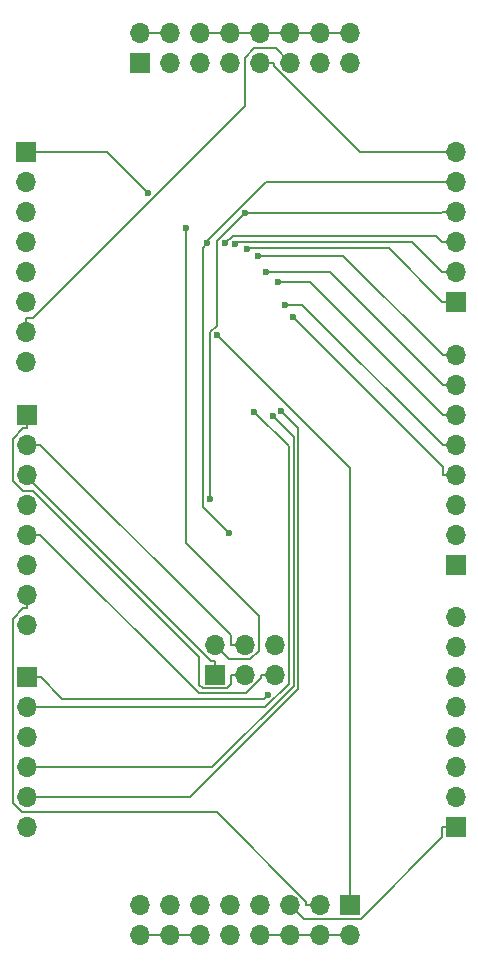
<source format=gbr>
%TF.GenerationSoftware,KiCad,Pcbnew,8.0.2*%
%TF.CreationDate,2024-07-19T13:16:10-06:00*%
%TF.ProjectId,32u4_breakout,33327534-5f62-4726-9561-6b6f75742e6b,rev?*%
%TF.SameCoordinates,Original*%
%TF.FileFunction,Copper,L2,Bot*%
%TF.FilePolarity,Positive*%
%FSLAX46Y46*%
G04 Gerber Fmt 4.6, Leading zero omitted, Abs format (unit mm)*
G04 Created by KiCad (PCBNEW 8.0.2) date 2024-07-19 13:16:10*
%MOMM*%
%LPD*%
G01*
G04 APERTURE LIST*
%TA.AperFunction,ComponentPad*%
%ADD10R,1.700000X1.700000*%
%TD*%
%TA.AperFunction,ComponentPad*%
%ADD11O,1.700000X1.700000*%
%TD*%
%TA.AperFunction,ViaPad*%
%ADD12C,0.600000*%
%TD*%
%TA.AperFunction,Conductor*%
%ADD13C,0.200000*%
%TD*%
G04 APERTURE END LIST*
D10*
%TO.P,J4,1,Pin_1*%
%TO.N,XTAL1*%
X121900000Y-96390000D03*
D11*
%TO.P,J4,2,Pin_2*%
%TO.N,Net-(J4-Pin_2)*%
X121900000Y-98930000D03*
%TO.P,J4,3,Pin_3*%
%TO.N,Net-(J4-Pin_3)*%
X121900000Y-101470000D03*
%TO.P,J4,4,Pin_4*%
%TO.N,Net-(J4-Pin_4)*%
X121900000Y-104010000D03*
%TO.P,J4,5,Pin_5*%
%TO.N,Net-(J4-Pin_5)*%
X121900000Y-106550000D03*
%TO.P,J4,6,Pin_6*%
%TO.N,Net-(J4-Pin_6)*%
X121900000Y-109090000D03*
%TD*%
D10*
%TO.P,J9,1,Pin_1*%
%TO.N,GND5*%
X149225000Y-115650000D03*
D11*
%TO.P,J9,2,Pin_2*%
%TO.N,GND*%
X149225000Y-118190000D03*
%TO.P,J9,3,Pin_3*%
%TO.N,GND15*%
X146685000Y-115650000D03*
%TO.P,J9,4,Pin_4*%
%TO.N,GND*%
X146685000Y-118190000D03*
%TO.P,J9,5,Pin_5*%
%TO.N,GND23*%
X144145000Y-115650000D03*
%TO.P,J9,6,Pin_6*%
%TO.N,GND*%
X144145000Y-118190000D03*
%TO.P,J9,7,Pin_7*%
%TO.N,GND35*%
X141605000Y-115650000D03*
%TO.P,J9,8,Pin_8*%
%TO.N,GND*%
X141605000Y-118190000D03*
%TO.P,J9,9,Pin_9*%
%TO.N,GND43*%
X139065000Y-115650000D03*
%TO.P,J9,10,Pin_10*%
%TO.N,GND*%
X139065000Y-118190000D03*
%TO.P,J9,11,Pin_11*%
%TO.N,Net-(J9-Pin_11)*%
X136525000Y-115650000D03*
%TO.P,J9,12,Pin_12*%
%TO.N,GND*%
X136525000Y-118190000D03*
%TO.P,J9,13,Pin_13*%
%TO.N,Net-(J9-Pin_13)*%
X133985000Y-115650000D03*
%TO.P,J9,14,Pin_14*%
%TO.N,GND*%
X133985000Y-118190000D03*
%TO.P,J9,15,Pin_15*%
%TO.N,unconnected-(J9-Pin_15-Pad15)*%
X131445000Y-115650000D03*
%TO.P,J9,16,Pin_16*%
%TO.N,GND*%
X131445000Y-118190000D03*
%TD*%
D10*
%TO.P,J7,1,Pin_1*%
%TO.N,Net-(J7-Pin_1)*%
X158200000Y-64600000D03*
D11*
%TO.P,J7,2,Pin_2*%
%TO.N,Net-(J7-Pin_2)*%
X158200000Y-62060000D03*
%TO.P,J7,3,Pin_3*%
%TO.N,Net-(J7-Pin_3)*%
X158200000Y-59520000D03*
%TO.P,J7,4,Pin_4*%
%TO.N,AREF*%
X158200000Y-56980000D03*
%TO.P,J7,5,Pin_5*%
%TO.N,GND43*%
X158200000Y-54440000D03*
%TO.P,J7,6,Pin_6*%
%TO.N,PWR44*%
X158200000Y-51900000D03*
%TD*%
D10*
%TO.P,J6,1,Pin_1*%
%TO.N,Net-(J6-Pin_1)*%
X158250000Y-86890000D03*
D11*
%TO.P,J6,2,Pin_2*%
%TO.N,Net-(J6-Pin_2)*%
X158250000Y-84350000D03*
%TO.P,J6,3,Pin_3*%
%TO.N,Net-(J6-Pin_3)*%
X158250000Y-81810000D03*
%TO.P,J6,4,Pin_4*%
%TO.N,PWR34*%
X158250000Y-79270000D03*
%TO.P,J6,5,Pin_5*%
%TO.N,GND35*%
X158250000Y-76730000D03*
%TO.P,J6,6,Pin_6*%
%TO.N,Net-(J6-Pin_6)*%
X158250000Y-74190000D03*
%TO.P,J6,7,Pin_7*%
%TO.N,Net-(J6-Pin_7)*%
X158250000Y-71650000D03*
%TO.P,J6,8,Pin_8*%
%TO.N,Net-(J6-Pin_8)*%
X158250000Y-69110000D03*
%TD*%
D10*
%TO.P,J8,1,Pin_1*%
%TO.N,PWR2*%
X131475000Y-44350000D03*
D11*
%TO.P,J8,2,Pin_2*%
%TO.N,5V*%
X131475000Y-41810000D03*
%TO.P,J8,3,Pin_3*%
%TO.N,PWR14*%
X134015000Y-44350000D03*
%TO.P,J8,4,Pin_4*%
%TO.N,5V*%
X134015000Y-41810000D03*
%TO.P,J8,5,Pin_5*%
%TO.N,PWR24*%
X136555000Y-44350000D03*
%TO.P,J8,6,Pin_6*%
%TO.N,5V*%
X136555000Y-41810000D03*
%TO.P,J8,7,Pin_7*%
%TO.N,PWR34*%
X139095000Y-44350000D03*
%TO.P,J8,8,Pin_8*%
%TO.N,5V*%
X139095000Y-41810000D03*
%TO.P,J8,9,Pin_9*%
%TO.N,PWR44*%
X141635000Y-44350000D03*
%TO.P,J8,10,Pin_10*%
%TO.N,5V*%
X141635000Y-41810000D03*
%TO.P,J8,11,Pin_11*%
%TO.N,VBUS*%
X144175000Y-44350000D03*
%TO.P,J8,12,Pin_12*%
%TO.N,5V*%
X144175000Y-41810000D03*
%TO.P,J8,13,Pin_13*%
%TO.N,unconnected-(J8-Pin_13-Pad13)*%
X146715000Y-44350000D03*
%TO.P,J8,14,Pin_14*%
%TO.N,5V*%
X146715000Y-41810000D03*
%TO.P,J8,15,Pin_15*%
%TO.N,unconnected-(J8-Pin_15-Pad15)*%
X149255000Y-44350000D03*
%TO.P,J8,16,Pin_16*%
%TO.N,5V*%
X149255000Y-41810000D03*
%TD*%
D10*
%TO.P,J1,1,Pin_1*%
%TO.N,MISO*%
X137785000Y-96175000D03*
D11*
%TO.P,J1,2,Pin_2*%
%TO.N,5V*%
X137785000Y-93635000D03*
%TO.P,J1,3,Pin_3*%
%TO.N,SCK*%
X140325000Y-96175000D03*
%TO.P,J1,4,Pin_4*%
%TO.N,MOSI*%
X140325000Y-93635000D03*
%TO.P,J1,5,Pin_5*%
%TO.N,RESET*%
X142865000Y-96175000D03*
%TO.P,J1,6,Pin_6*%
%TO.N,GND*%
X142865000Y-93635000D03*
%TD*%
D10*
%TO.P,J2,1,Pin_1*%
%TO.N,Net-(J2-Pin_1)*%
X121800000Y-51875000D03*
D11*
%TO.P,J2,2,Pin_2*%
%TO.N,PWR2*%
X121800000Y-54415000D03*
%TO.P,J2,3,Pin_3*%
%TO.N,Net-(J2-Pin_3)*%
X121800000Y-56955000D03*
%TO.P,J2,4,Pin_4*%
%TO.N,Net-(J2-Pin_4)*%
X121800000Y-59495000D03*
%TO.P,J2,5,Pin_5*%
%TO.N,GND5*%
X121800000Y-62035000D03*
%TO.P,J2,6,Pin_6*%
%TO.N,UCAP*%
X121800000Y-64575000D03*
%TO.P,J2,7,Pin_7*%
%TO.N,VBUS*%
X121800000Y-67115000D03*
%TO.P,J2,8,Pin_8*%
%TO.N,Net-(J2-Pin_8)*%
X121800000Y-69655000D03*
%TD*%
D10*
%TO.P,J5,1,Pin_1*%
%TO.N,GND23*%
X158225000Y-109065000D03*
D11*
%TO.P,J5,2,Pin_2*%
%TO.N,PWR24*%
X158225000Y-106525000D03*
%TO.P,J5,3,Pin_3*%
%TO.N,Net-(J5-Pin_3)*%
X158225000Y-103985000D03*
%TO.P,J5,4,Pin_4*%
%TO.N,Net-(J5-Pin_4)*%
X158225000Y-101445000D03*
%TO.P,J5,5,Pin_5*%
%TO.N,Net-(J5-Pin_5)*%
X158225000Y-98905000D03*
%TO.P,J5,6,Pin_6*%
%TO.N,Net-(J5-Pin_6)*%
X158225000Y-96365000D03*
%TO.P,J5,7,Pin_7*%
%TO.N,Net-(J5-Pin_7)*%
X158225000Y-93825000D03*
%TO.P,J5,8,Pin_8*%
%TO.N,Net-(J5-Pin_8)*%
X158225000Y-91285000D03*
%TD*%
D10*
%TO.P,J3,1,Pin_1*%
%TO.N,SCK*%
X121875000Y-74150000D03*
D11*
%TO.P,J3,2,Pin_2*%
%TO.N,MOSI*%
X121875000Y-76690000D03*
%TO.P,J3,3,Pin_3*%
%TO.N,MISO*%
X121875000Y-79230000D03*
%TO.P,J3,4,Pin_4*%
%TO.N,Net-(J3-Pin_4)*%
X121875000Y-81770000D03*
%TO.P,J3,5,Pin_5*%
%TO.N,RESET*%
X121875000Y-84310000D03*
%TO.P,J3,6,Pin_6*%
%TO.N,PWR14*%
X121875000Y-86850000D03*
%TO.P,J3,7,Pin_7*%
%TO.N,GND15*%
X121875000Y-89390000D03*
%TO.P,J3,8,Pin_8*%
%TO.N,XTAL2*%
X121875000Y-91930000D03*
%TD*%
D12*
%TO.N,Net-(J7-Pin_1)*%
X140565200Y-60119400D03*
%TO.N,Net-(J7-Pin_3)*%
X138691000Y-59647200D03*
%TO.N,GND43*%
X137150000Y-59626800D03*
X139000800Y-84167500D03*
%TO.N,Net-(J7-Pin_2)*%
X139541200Y-59662600D03*
%TO.N,Net-(J6-Pin_6)*%
X143155500Y-62922800D03*
%TO.N,Net-(J6-Pin_8)*%
X141430400Y-60674700D03*
%TO.N,PWR34*%
X144381600Y-65885800D03*
%TO.N,Net-(J6-Pin_7)*%
X142117100Y-62083200D03*
%TO.N,GND35*%
X143764900Y-64838800D03*
%TO.N,Net-(J4-Pin_4)*%
X142702300Y-74231300D03*
%TO.N,Net-(J4-Pin_5)*%
X143444100Y-73807000D03*
%TO.N,Net-(J4-Pin_2)*%
X141150000Y-73918200D03*
%TO.N,Net-(J2-Pin_1)*%
X132161600Y-55337800D03*
%TO.N,GND5*%
X138019600Y-67432900D03*
%TO.N,5V*%
X135332000Y-58348500D03*
%TO.N,AREF*%
X140319300Y-57108700D03*
X137396300Y-81321500D03*
%TO.N,XTAL1*%
X142295700Y-97840800D03*
%TD*%
D13*
%TO.N,PWR44*%
X142786700Y-44618500D02*
X142786700Y-44350000D01*
X150068200Y-51900000D02*
X142786700Y-44618500D01*
X158200000Y-51900000D02*
X150068200Y-51900000D01*
X141635000Y-44350000D02*
X142786700Y-44350000D01*
%TO.N,Net-(J7-Pin_1)*%
X152517600Y-60069300D02*
X157048300Y-64600000D01*
X140615300Y-60069300D02*
X152517600Y-60069300D01*
X140565200Y-60119400D02*
X140615300Y-60069300D01*
X158200000Y-64600000D02*
X157048300Y-64600000D01*
%TO.N,Net-(J7-Pin_3)*%
X158200000Y-59520000D02*
X157048300Y-59520000D01*
X139318900Y-59019300D02*
X138691000Y-59647200D01*
X156547600Y-59019300D02*
X139318900Y-59019300D01*
X157048300Y-59520000D02*
X156547600Y-59019300D01*
%TO.N,GND43*%
X137150000Y-59427200D02*
X137150000Y-59626800D01*
X142137200Y-54440000D02*
X137150000Y-59427200D01*
X158200000Y-54440000D02*
X142137200Y-54440000D01*
X136771100Y-60005700D02*
X137150000Y-59626800D01*
X136771100Y-81937800D02*
X136771100Y-60005700D01*
X139000800Y-84167500D02*
X136771100Y-81937800D01*
%TO.N,Net-(J7-Pin_2)*%
X158200000Y-62060000D02*
X157048300Y-62060000D01*
X139704600Y-59499200D02*
X139541200Y-59662600D01*
X154487500Y-59499200D02*
X139704600Y-59499200D01*
X157048300Y-62060000D02*
X154487500Y-59499200D01*
%TO.N,Net-(J6-Pin_6)*%
X145831100Y-62922800D02*
X143155500Y-62922800D01*
X157098300Y-74190000D02*
X145831100Y-62922800D01*
X158250000Y-74190000D02*
X157098300Y-74190000D01*
%TO.N,Net-(J6-Pin_8)*%
X158250000Y-69110000D02*
X157098300Y-69110000D01*
X148663000Y-60674700D02*
X157098300Y-69110000D01*
X141430400Y-60674700D02*
X148663000Y-60674700D01*
%TO.N,PWR34*%
X157098300Y-78602500D02*
X144381600Y-65885800D01*
X157098300Y-79270000D02*
X157098300Y-78602500D01*
X158250000Y-79270000D02*
X157098300Y-79270000D01*
%TO.N,Net-(J6-Pin_7)*%
X147531500Y-62083200D02*
X142117100Y-62083200D01*
X157098300Y-71650000D02*
X147531500Y-62083200D01*
X158250000Y-71650000D02*
X157098300Y-71650000D01*
%TO.N,GND35*%
X158250000Y-76730000D02*
X157098300Y-76730000D01*
X145207100Y-64838800D02*
X143764900Y-64838800D01*
X157098300Y-76730000D02*
X145207100Y-64838800D01*
%TO.N,GND23*%
X145335600Y-116840600D02*
X144145000Y-115650000D01*
X150161500Y-116840600D02*
X145335600Y-116840600D01*
X157073300Y-109928800D02*
X150161500Y-116840600D01*
X157073300Y-109065000D02*
X157073300Y-109928800D01*
X158225000Y-109065000D02*
X157073300Y-109065000D01*
%TO.N,Net-(J4-Pin_4)*%
X121900000Y-104010000D02*
X123051700Y-104010000D01*
X137605200Y-104010000D02*
X123051700Y-104010000D01*
X144465400Y-97149800D02*
X137605200Y-104010000D01*
X144465400Y-75994400D02*
X144465400Y-97149800D01*
X142702300Y-74231300D02*
X144465400Y-75994400D01*
%TO.N,Net-(J4-Pin_5)*%
X144875000Y-75237900D02*
X143444100Y-73807000D01*
X144875000Y-97379900D02*
X144875000Y-75237900D01*
X135704900Y-106550000D02*
X144875000Y-97379900D01*
X121900000Y-106550000D02*
X135704900Y-106550000D01*
%TO.N,Net-(J4-Pin_2)*%
X121900000Y-98930000D02*
X123051700Y-98930000D01*
X144060300Y-76828500D02*
X141150000Y-73918200D01*
X144060300Y-96939800D02*
X144060300Y-76828500D01*
X142070100Y-98930000D02*
X144060300Y-96939800D01*
X123051700Y-98930000D02*
X142070100Y-98930000D01*
%TO.N,GND15*%
X121875000Y-89390000D02*
X121875000Y-90541700D01*
X145533300Y-115381500D02*
X145533300Y-115650000D01*
X137971800Y-107820000D02*
X145533300Y-115381500D01*
X121467400Y-107820000D02*
X137971800Y-107820000D01*
X120688100Y-107040700D02*
X121467400Y-107820000D01*
X120688100Y-91440700D02*
X120688100Y-107040700D01*
X121587100Y-90541700D02*
X120688100Y-91440700D01*
X121875000Y-90541700D02*
X121587100Y-90541700D01*
X146685000Y-115650000D02*
X145533300Y-115650000D01*
%TO.N,Net-(J2-Pin_1)*%
X128698800Y-51875000D02*
X132161600Y-55337800D01*
X121800000Y-51875000D02*
X128698800Y-51875000D01*
%TO.N,VBUS*%
X121800000Y-67115000D02*
X121800000Y-65963300D01*
X142964900Y-43139900D02*
X144175000Y-44350000D01*
X141156700Y-43139900D02*
X142964900Y-43139900D01*
X140365000Y-43931600D02*
X141156700Y-43139900D01*
X140365000Y-47985300D02*
X140365000Y-43931600D01*
X122387000Y-65963300D02*
X140365000Y-47985300D01*
X121800000Y-65963300D02*
X122387000Y-65963300D01*
%TO.N,GND5*%
X149225000Y-78638300D02*
X149225000Y-115650000D01*
X138019600Y-67432900D02*
X149225000Y-78638300D01*
%TO.N,SCK*%
X121875000Y-74150000D02*
X121875000Y-75301700D01*
X140325000Y-96175000D02*
X139173300Y-96175000D01*
X139173300Y-96989500D02*
X139173300Y-96175000D01*
X138836100Y-97326700D02*
X139173300Y-96989500D01*
X136810000Y-97326700D02*
X138836100Y-97326700D01*
X136479800Y-96996500D02*
X136810000Y-97326700D01*
X136479800Y-94665400D02*
X136479800Y-96996500D01*
X122432100Y-80617700D02*
X136479800Y-94665400D01*
X121565600Y-80617700D02*
X122432100Y-80617700D01*
X120677500Y-79729600D02*
X121565600Y-80617700D01*
X120677500Y-76211300D02*
X120677500Y-79729600D01*
X121587100Y-75301700D02*
X120677500Y-76211300D01*
X121875000Y-75301700D02*
X121587100Y-75301700D01*
%TO.N,MISO*%
X137514100Y-95023300D02*
X137785000Y-95023300D01*
X121875000Y-79384200D02*
X137514100Y-95023300D01*
X121875000Y-79230000D02*
X121875000Y-79384200D01*
X137785000Y-96175000D02*
X137785000Y-95023300D01*
%TO.N,5V*%
X146715000Y-41810000D02*
X144175000Y-41810000D01*
X144175000Y-41810000D02*
X141635000Y-41810000D01*
X141635000Y-41810000D02*
X139095000Y-41810000D01*
X134015000Y-41810000D02*
X131475000Y-41810000D01*
X146715000Y-41810000D02*
X149255000Y-41810000D01*
X135332000Y-85005600D02*
X135332000Y-58348500D01*
X141503500Y-91177100D02*
X135332000Y-85005600D01*
X141503500Y-94144800D02*
X141503500Y-91177100D01*
X140803200Y-94845100D02*
X141503500Y-94144800D01*
X138995100Y-94845100D02*
X140803200Y-94845100D01*
X137785000Y-93635000D02*
X138995100Y-94845100D01*
X139095000Y-41810000D02*
X136555000Y-41810000D01*
%TO.N,MOSI*%
X139173300Y-92836600D02*
X123026700Y-76690000D01*
X139173300Y-93635000D02*
X139173300Y-92836600D01*
X140325000Y-93635000D02*
X139173300Y-93635000D01*
X121875000Y-76690000D02*
X123026700Y-76690000D01*
%TO.N,RESET*%
X142865000Y-96175000D02*
X141713300Y-96175000D01*
X121875000Y-84310000D02*
X123026700Y-84310000D01*
X141713300Y-96443500D02*
X141713300Y-96175000D01*
X140423700Y-97733100D02*
X141713300Y-96443500D01*
X136449800Y-97733100D02*
X140423700Y-97733100D01*
X123026700Y-84310000D02*
X136449800Y-97733100D01*
%TO.N,AREF*%
X158200000Y-56980000D02*
X157048300Y-56980000D01*
X156919600Y-57108700D02*
X140319300Y-57108700D01*
X157048300Y-56980000D02*
X156919600Y-57108700D01*
X137396300Y-67186700D02*
X137396300Y-81321500D01*
X137950000Y-66633000D02*
X137396300Y-67186700D01*
X137950000Y-59478000D02*
X137950000Y-66633000D01*
X140319300Y-57108700D02*
X137950000Y-59478000D01*
%TO.N,XTAL1*%
X121900000Y-96390000D02*
X123051700Y-96390000D01*
X141956300Y-98180200D02*
X142295700Y-97840800D01*
X124841900Y-98180200D02*
X141956300Y-98180200D01*
X123051700Y-96390000D02*
X124841900Y-98180200D01*
%TO.N,GND*%
X131445000Y-118190000D02*
X133985000Y-118190000D01*
X133985000Y-118190000D02*
X136525000Y-118190000D01*
X141605000Y-118190000D02*
X144145000Y-118190000D01*
X144145000Y-118190000D02*
X146685000Y-118190000D01*
X146685000Y-118190000D02*
X149225000Y-118190000D01*
%TD*%
M02*

</source>
